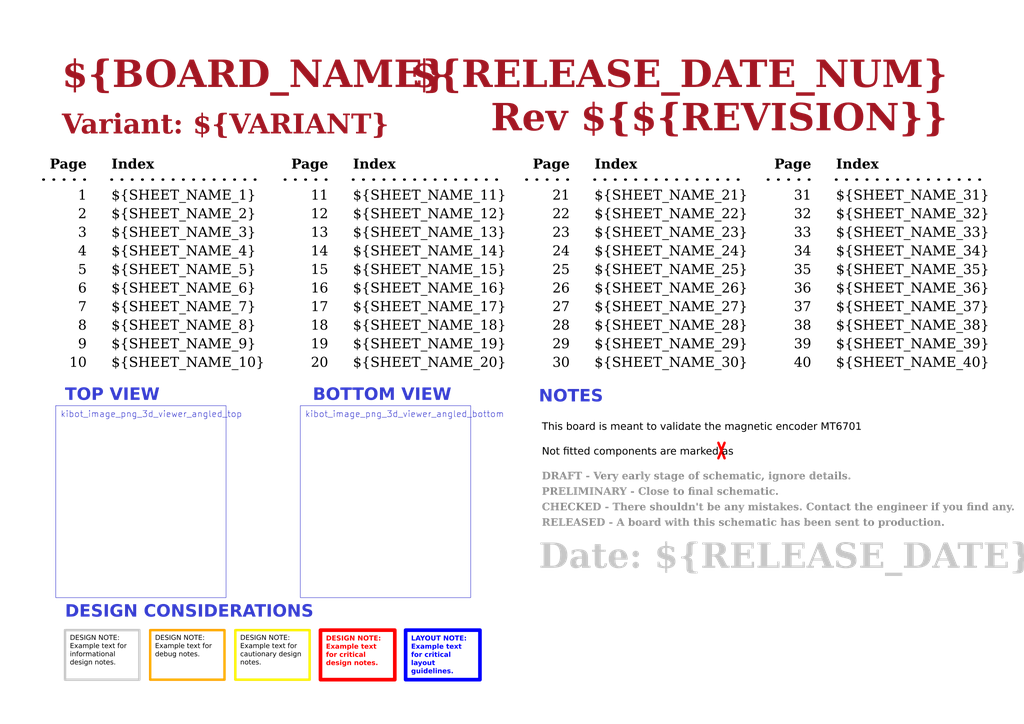
<source format=kicad_sch>
(kicad_sch
	(version 20250114)
	(generator "eeschema")
	(generator_version "9.0")
	(uuid "f9e05184-c88b-4a88-ae9c-ab2bdb32be7c")
	(paper "A3")
	(title_block
		(title "Cover Page")
		(date "2025-01-12")
		(rev "${REVISION}")
		(company "${COMPANY}")
	)
	(lib_symbols)
	(text "Variant: ${VARIANT}"
		(exclude_from_sim no)
		(at 25.4 58.42 0)
		(effects
			(font
				(face "Times New Roman")
				(size 8 8)
				(thickness 1)
				(bold yes)
				(color 162 22 34 1)
			)
			(justify left bottom)
		)
		(uuid "000ea912-7563-47e5-be4a-8607b961f825")
	)
	(text "RELEASED - A board with this schematic has been sent to production."
		(exclude_from_sim no)
		(at 222.25 217.17 0)
		(effects
			(font
				(face "Times New Roman")
				(size 3 3)
				(thickness 0.6)
				(bold yes)
				(color 140 140 140 1)
			)
			(justify left bottom)
		)
		(uuid "03a9de87-2a7c-40cc-8949-62aed018c019")
	)
	(text "${SHEET_NAME_24}"
		(exclude_from_sim no)
		(at 243.84 106.68 0)
		(effects
			(font
				(face "Times New Roman")
				(size 4 4)
				(color 0 0 0 1)
			)
			(justify left bottom)
			(href "#24")
		)
		(uuid "04fbc6ba-89e3-4184-a4b7-fc2494e97db7")
	)
	(text "20"
		(exclude_from_sim no)
		(at 134.62 152.4 0)
		(effects
			(font
				(face "Times New Roman")
				(size 4 4)
				(color 0 0 0 1)
			)
			(justify right bottom)
			(href "#20")
		)
		(uuid "06737dca-d4ba-435b-b1f2-d66691a0395e")
	)
	(text "25"
		(exclude_from_sim no)
		(at 233.68 114.3 0)
		(effects
			(font
				(face "Times New Roman")
				(size 4 4)
				(color 0 0 0 1)
			)
			(justify right bottom)
			(href "#25")
		)
		(uuid "08a32c22-6c93-4ab9-b845-4fe7f3ebca4d")
	)
	(text "Index"
		(exclude_from_sim no)
		(at 243.84 71.12 0)
		(effects
			(font
				(face "Times New Roman")
				(size 4 4)
				(bold yes)
				(color 0 0 0 1)
			)
			(justify left bottom)
		)
		(uuid "092e98e3-7957-434d-bfdd-b05263750684")
	)
	(text "Page"
		(exclude_from_sim no)
		(at 332.74 71.12 0)
		(effects
			(font
				(face "Times New Roman")
				(size 4 4)
				(bold yes)
				(color 0 0 0 1)
			)
			(justify right bottom)
		)
		(uuid "0a07419b-7688-4fe8-adeb-f976a8f4a761")
	)
	(text "13"
		(exclude_from_sim no)
		(at 134.62 99.06 0)
		(effects
			(font
				(face "Times New Roman")
				(size 4 4)
				(color 0 0 0 1)
			)
			(justify right bottom)
			(href "#13")
		)
		(uuid "0b63ff41-ef0b-4d81-be02-d672d6e4da8d")
	)
	(text "33"
		(exclude_from_sim no)
		(at 332.74 99.06 0)
		(effects
			(font
				(face "Times New Roman")
				(size 4 4)
				(color 0 0 0 1)
			)
			(justify right bottom)
			(href "#33")
		)
		(uuid "1009d74b-dab5-4621-8c04-f00d978fa044")
	)
	(text "PRELIMINARY - Close to final schematic."
		(exclude_from_sim no)
		(at 222.25 204.47 0)
		(effects
			(font
				(face "Times New Roman")
				(size 3 3)
				(thickness 0.6)
				(bold yes)
				(color 140 140 140 1)
			)
			(justify left bottom)
		)
		(uuid "11442418-ba27-4cbf-a7e2-cc6ed9935eb1")
	)
	(text "${SHEET_NAME_22}"
		(exclude_from_sim no)
		(at 243.84 91.44 0)
		(effects
			(font
				(face "Times New Roman")
				(size 4 4)
				(color 0 0 0 1)
			)
			(justify left bottom)
			(href "#22")
		)
		(uuid "1344757b-e41f-4e80-947b-0a2035b4fce9")
	)
	(text "40"
		(exclude_from_sim no)
		(at 332.74 152.4 0)
		(effects
			(font
				(face "Times New Roman")
				(size 4 4)
				(color 0 0 0 1)
			)
			(justify right bottom)
			(href "#40")
		)
		(uuid "1b2709b1-c0f7-4254-8da7-5631857d3853")
	)
	(text "26"
		(exclude_from_sim no)
		(at 233.68 121.92 0)
		(effects
			(font
				(face "Times New Roman")
				(size 4 4)
				(color 0 0 0 1)
			)
			(justify right bottom)
			(href "#26")
		)
		(uuid "1bb2d49c-6a01-4c39-832a-e9c7a051f092")
	)
	(text "7"
		(exclude_from_sim no)
		(at 35.56 129.54 0)
		(effects
			(font
				(face "Times New Roman")
				(size 4 4)
				(color 0 0 0 1)
			)
			(justify right bottom)
			(href "#7")
		)
		(uuid "1c576109-caea-431e-8644-8543de749b79")
	)
	(text "11"
		(exclude_from_sim no)
		(at 134.62 83.82 0)
		(effects
			(font
				(face "Times New Roman")
				(size 4 4)
				(color 0 0 0 1)
			)
			(justify right bottom)
			(href "#11")
		)
		(uuid "22628abe-bb8c-4ca9-a559-3456e08ce477")
	)
	(text "DRAFT - Very early stage of schematic, ignore details."
		(exclude_from_sim no)
		(at 222.25 198.12 0)
		(effects
			(font
				(face "Times New Roman")
				(size 3 3)
				(thickness 0.6)
				(bold yes)
				(color 140 140 140 1)
			)
			(justify left bottom)
		)
		(uuid "23bcc4dd-d59d-4c05-b342-2d26db58b8da")
	)
	(text "28"
		(exclude_from_sim no)
		(at 233.68 137.16 0)
		(effects
			(font
				(face "Times New Roman")
				(size 4 4)
				(color 0 0 0 1)
			)
			(justify right bottom)
			(href "#28")
		)
		(uuid "2442a9e6-4622-4ba0-aee4-95e9a2355828")
	)
	(text "${SHEET_NAME_12}"
		(exclude_from_sim no)
		(at 144.78 91.44 0)
		(effects
			(font
				(face "Times New Roman")
				(size 4 4)
				(color 0 0 0 1)
			)
			(justify left bottom)
			(href "#12")
		)
		(uuid "26f0a480-abfd-4d9b-ac68-8bdfd526e094")
	)
	(text "${SHEET_NAME_8}"
		(exclude_from_sim no)
		(at 45.72 137.16 0)
		(effects
			(font
				(face "Times New Roman")
				(size 4 4)
				(color 0 0 0 1)
			)
			(justify left bottom)
			(href "#8")
		)
		(uuid "28b58a16-122b-49e8-afa7-48c2618dc53d")
	)
	(text "10"
		(exclude_from_sim no)
		(at 35.56 152.4 0)
		(effects
			(font
				(face "Times New Roman")
				(size 4 4)
				(color 0 0 0 1)
			)
			(justify right bottom)
			(href "#10")
		)
		(uuid "29df70b5-9e00-4105-9e4f-bc7dc20e3f72")
	)
	(text "${SHEET_NAME_2}"
		(exclude_from_sim no)
		(at 45.72 91.44 0)
		(effects
			(font
				(face "Times New Roman")
				(size 4 4)
				(color 0 0 0 1)
			)
			(justify left bottom)
			(href "#2")
		)
		(uuid "29fb83bd-9708-49c1-a835-3671e07a7b95")
	)
	(text "${SHEET_NAME_5}"
		(exclude_from_sim no)
		(at 45.72 114.3 0)
		(effects
			(font
				(face "Times New Roman")
				(size 4 4)
				(color 0 0 0 1)
			)
			(justify left bottom)
			(href "#5")
		)
		(uuid "2ac8cebd-4832-4e21-b843-d3261443e2b6")
	)
	(text "Index"
		(exclude_from_sim no)
		(at 342.9 71.12 0)
		(effects
			(font
				(face "Times New Roman")
				(size 4 4)
				(bold yes)
				(color 0 0 0 1)
			)
			(justify left bottom)
		)
		(uuid "2d20b110-4122-4bb3-85c6-52f89dff8d1f")
	)
	(text "31"
		(exclude_from_sim no)
		(at 332.74 83.82 0)
		(effects
			(font
				(face "Times New Roman")
				(size 4 4)
				(color 0 0 0 1)
			)
			(justify right bottom)
			(href "#31")
		)
		(uuid "2e769767-b079-43e5-b995-04b63f171ffa")
	)
	(text "${SHEET_NAME_20}"
		(exclude_from_sim no)
		(at 144.78 152.4 0)
		(effects
			(font
				(face "Times New Roman")
				(size 4 4)
				(color 0 0 0 1)
			)
			(justify left bottom)
			(href "#20")
		)
		(uuid "2ebc04cc-20ea-44c3-8fd2-b0fb93c45b42")
	)
	(text "Page"
		(exclude_from_sim no)
		(at 35.56 71.12 0)
		(effects
			(font
				(face "Times New Roman")
				(size 4 4)
				(bold yes)
				(color 0 0 0 1)
			)
			(justify right bottom)
		)
		(uuid "31a5a95f-a57b-403a-98da-2e1fbe2b2295")
	)
	(text "14"
		(exclude_from_sim no)
		(at 134.62 106.68 0)
		(effects
			(font
				(face "Times New Roman")
				(size 4 4)
				(color 0 0 0 1)
			)
			(justify right bottom)
			(href "#14")
		)
		(uuid "38a1da8c-a9d9-432f-9233-200e69e13b3a")
	)
	(text "${SHEET_NAME_23}"
		(exclude_from_sim no)
		(at 243.84 99.06 0)
		(effects
			(font
				(face "Times New Roman")
				(size 4 4)
				(color 0 0 0 1)
			)
			(justify left bottom)
			(href "#23")
		)
		(uuid "3946100b-591d-4e38-9079-fe42aa6dc626")
	)
	(text "Page"
		(exclude_from_sim no)
		(at 134.62 71.12 0)
		(effects
			(font
				(face "Times New Roman")
				(size 4 4)
				(bold yes)
				(color 0 0 0 1)
			)
			(justify right bottom)
		)
		(uuid "3e77b120-e346-455e-abaf-4a9c7d1682fd")
	)
	(text "${RELEASE_DATE_NUM}"
		(exclude_from_sim no)
		(at 388.62 40.64 0)
		(effects
			(font
				(face "Times New Roman")
				(size 11 11)
				(thickness 1)
				(bold yes)
				(color 162 22 34 1)
			)
			(justify right bottom)
		)
		(uuid "41e90dbf-cdb3-4f5b-b829-1b84a76a5924")
	)
	(text "24"
		(exclude_from_sim no)
		(at 233.68 106.68 0)
		(effects
			(font
				(face "Times New Roman")
				(size 4 4)
				(color 0 0 0 1)
			)
			(justify right bottom)
			(href "#24")
		)
		(uuid "49255cb5-4dcc-42be-a136-139aba5d7504")
	)
	(text "23"
		(exclude_from_sim no)
		(at 233.68 99.06 0)
		(effects
			(font
				(face "Times New Roman")
				(size 4 4)
				(color 0 0 0 1)
			)
			(justify right bottom)
			(href "#23")
		)
		(uuid "4a052e6c-e34b-452d-a22e-3979cd214786")
	)
	(text "1"
		(exclude_from_sim no)
		(at 35.56 83.82 0)
		(effects
			(font
				(face "Times New Roman")
				(size 4 4)
				(color 0 0 0 1)
			)
			(justify right bottom)
			(href "#1")
		)
		(uuid "4b0ed47a-9b59-42f0-a2af-ecaccf5a89c3")
	)
	(text "30"
		(exclude_from_sim no)
		(at 233.68 152.4 0)
		(effects
			(font
				(face "Times New Roman")
				(size 4 4)
				(color 0 0 0 1)
			)
			(justify right bottom)
			(href "#30")
		)
		(uuid "4e5b665c-4c27-411d-8242-f1249e25cce0")
	)
	(text "${SHEET_NAME_35}"
		(exclude_from_sim no)
		(at 342.9 114.3 0)
		(effects
			(font
				(face "Times New Roman")
				(size 4 4)
				(color 0 0 0 1)
			)
			(justify left bottom)
			(href "#35")
		)
		(uuid "4fefe87c-0c25-43e5-a3b2-18b15abe07e3")
	)
	(text "Not fitted components are marked as"
		(exclude_from_sim no)
		(at 222.25 187.96 0)
		(effects
			(font
				(face "Arial")
				(size 3 3)
				(color 0 0 0 1)
			)
			(justify left bottom)
		)
		(uuid "5135dbd7-df4e-46cd-8739-492cd009b1f6")
	)
	(text "${SHEET_NAME_11}"
		(exclude_from_sim no)
		(at 144.78 83.82 0)
		(effects
			(font
				(face "Times New Roman")
				(size 4 4)
				(color 0 0 0 1)
			)
			(justify left bottom)
			(href "#11")
		)
		(uuid "521b08c4-0bd9-4d68-80be-7478df8fbde9")
	)
	(text "32"
		(exclude_from_sim no)
		(at 332.74 91.44 0)
		(effects
			(font
				(face "Times New Roman")
				(size 4 4)
				(color 0 0 0 1)
			)
			(justify right bottom)
			(href "#32")
		)
		(uuid "53818ecd-325c-48e2-bb9d-ec3fb48f34c9")
	)
	(text "${SHEET_NAME_6}"
		(exclude_from_sim no)
		(at 45.72 121.92 0)
		(effects
			(font
				(face "Times New Roman")
				(size 4 4)
				(color 0 0 0 1)
			)
			(justify left bottom)
			(href "#6")
		)
		(uuid "58cf0eb5-a6da-463e-aeda-fbe87a3cd079")
	)
	(text "36"
		(exclude_from_sim no)
		(at 332.74 121.92 0)
		(effects
			(font
				(face "Times New Roman")
				(size 4 4)
				(color 0 0 0 1)
			)
			(justify right bottom)
			(href "#36")
		)
		(uuid "5dac577c-aef6-4b3c-9237-0c2b9f804fbc")
	)
	(text "${SHEET_NAME_37}"
		(exclude_from_sim no)
		(at 342.9 129.54 0)
		(effects
			(font
				(face "Times New Roman")
				(size 4 4)
				(color 0 0 0 1)
			)
			(justify left bottom)
			(href "#37")
		)
		(uuid "5f3a4b8b-6b33-42d9-ac5f-6e29aa22b302")
	)
	(text "35"
		(exclude_from_sim no)
		(at 332.74 114.3 0)
		(effects
			(font
				(face "Times New Roman")
				(size 4 4)
				(color 0 0 0 1)
			)
			(justify right bottom)
			(href "#35")
		)
		(uuid "644cbbc3-098e-4ecf-ac2f-be88f0d22361")
	)
	(text "${SHEET_NAME_26}"
		(exclude_from_sim no)
		(at 243.84 121.92 0)
		(effects
			(font
				(face "Times New Roman")
				(size 4 4)
				(color 0 0 0 1)
			)
			(justify left bottom)
			(href "#26")
		)
		(uuid "6a548554-e772-43f3-ba5d-01026d9a064a")
	)
	(text "${SHEET_NAME_36}"
		(exclude_from_sim no)
		(at 342.9 121.92 0)
		(effects
			(font
				(face "Times New Roman")
				(size 4 4)
				(color 0 0 0 1)
			)
			(justify left bottom)
			(href "#36")
		)
		(uuid "6b8d090b-e89a-4677-84e9-b64a5fead89e")
	)
	(text "Rev ${REVISION}"
		(exclude_from_sim no)
		(at 388.62 58.42 0)
		(effects
			(font
				(face "Times New Roman")
				(size 11 11)
				(thickness 1)
				(bold yes)
				(color 162 22 34 1)
			)
			(justify right bottom)
		)
		(uuid "6d1761f6-980b-4588-8313-1bd3d937c291")
	)
	(text "${SHEET_NAME_15}"
		(exclude_from_sim no)
		(at 144.78 114.3 0)
		(effects
			(font
				(face "Times New Roman")
				(size 4 4)
				(color 0 0 0 1)
			)
			(justify left bottom)
			(href "#15")
		)
		(uuid "6f858022-2996-4265-8d0d-5392f83665ac")
	)
	(text "CHECKED - There shouldn't be any mistakes. Contact the engineer if you find any."
		(exclude_from_sim no)
		(at 222.25 210.82 0)
		(effects
			(font
				(face "Times New Roman")
				(size 3 3)
				(thickness 0.6)
				(bold yes)
				(color 140 140 140 1)
			)
			(justify left bottom)
		)
		(uuid "701d40a5-7fcc-4d35-a582-e3de3695524c")
	)
	(text "BOTTOM VIEW"
		(exclude_from_sim no)
		(at 128.27 166.37 0)
		(effects
			(font
				(face "Arial")
				(size 5 5)
				(bold yes)
				(color 53 60 207 1)
			)
			(justify left bottom)
		)
		(uuid "703db123-558f-4f87-9ff5-c08a220fcdc6")
	)
	(text "${SHEET_NAME_14}"
		(exclude_from_sim no)
		(at 144.78 106.68 0)
		(effects
			(font
				(face "Times New Roman")
				(size 4 4)
				(color 0 0 0 1)
			)
			(justify left bottom)
			(href "#14")
		)
		(uuid "72182600-e68c-43f8-9305-59c8d8dbdc8c")
	)
	(text "${SHEET_NAME_21}"
		(exclude_from_sim no)
		(at 243.84 83.82 0)
		(effects
			(font
				(face "Times New Roman")
				(size 4 4)
				(color 0 0 0 1)
			)
			(justify left bottom)
			(href "#21")
		)
		(uuid "72cf7e48-8628-4785-b42d-ebcc097e0da2")
	)
	(text "12"
		(exclude_from_sim no)
		(at 134.62 91.44 0)
		(effects
			(font
				(face "Times New Roman")
				(size 4 4)
				(color 0 0 0 1)
			)
			(justify right bottom)
			(href "#12")
		)
		(uuid "75d0a1ef-aac5-4003-9e33-aca70ed59023")
	)
	(text "2"
		(exclude_from_sim no)
		(at 35.56 91.44 0)
		(effects
			(font
				(face "Times New Roman")
				(size 4 4)
				(color 0 0 0 1)
			)
			(justify right bottom)
			(href "#2")
		)
		(uuid "761d5be9-e72f-40b6-b87c-29a6aedc1cd0")
	)
	(text "3"
		(exclude_from_sim no)
		(at 35.56 99.06 0)
		(effects
			(font
				(face "Times New Roman")
				(size 4 4)
				(color 0 0 0 1)
			)
			(justify right bottom)
			(href "#3")
		)
		(uuid "7e0f51ce-8c6b-42f9-82d1-98045fd01389")
	)
	(text "${SHEET_NAME_17}"
		(exclude_from_sim no)
		(at 144.78 129.54 0)
		(effects
			(font
				(face "Times New Roman")
				(size 4 4)
				(color 0 0 0 1)
			)
			(justify left bottom)
			(href "#17")
		)
		(uuid "7eaebe1b-e206-4517-a346-0f3f402aebc2")
	)
	(text "37"
		(exclude_from_sim no)
		(at 332.74 129.54 0)
		(effects
			(font
				(face "Times New Roman")
				(size 4 4)
				(color 0 0 0 1)
			)
			(justify right bottom)
			(href "#37")
		)
		(uuid "7f350ec2-91bd-412b-bb17-e3550be6b6fc")
	)
	(text "29"
		(exclude_from_sim no)
		(at 233.68 144.78 0)
		(effects
			(font
				(face "Times New Roman")
				(size 4 4)
				(color 0 0 0 1)
			)
			(justify right bottom)
			(href "#29")
		)
		(uuid "82c607a8-c0a1-4069-b837-ce96dd0eb2bb")
	)
	(text "21"
		(exclude_from_sim no)
		(at 233.68 83.82 0)
		(effects
			(font
				(face "Times New Roman")
				(size 4 4)
				(color 0 0 0 1)
			)
			(justify right bottom)
			(href "#21")
		)
		(uuid "84a2fca0-fdc8-451e-ba92-d21bfe34f79c")
	)
	(text "${SHEET_NAME_18}"
		(exclude_from_sim no)
		(at 144.78 137.16 0)
		(effects
			(font
				(face "Times New Roman")
				(size 4 4)
				(color 0 0 0 1)
			)
			(justify left bottom)
			(href "#18")
		)
		(uuid "861c9b1c-f3f7-4abd-84e4-7e4ecba3dc9e")
	)
	(text "Date: ${RELEASE_DATE}"
		(exclude_from_sim no)
		(at 220.98 237.49 0)
		(effects
			(font
				(face "Times New Roman")
				(size 10.16 10.16)
				(thickness 0.6)
				(bold yes)
				(color 200 200 200 1)
			)
			(justify left bottom)
		)
		(uuid "87564db8-be77-4805-a256-abae1e9d7c5b")
	)
	(text "27"
		(exclude_from_sim no)
		(at 233.68 129.54 0)
		(effects
			(font
				(face "Times New Roman")
				(size 4 4)
				(color 0 0 0 1)
			)
			(justify right bottom)
			(href "#27")
		)
		(uuid "87fa597a-67b4-46be-afa2-208d91b20ddd")
	)
	(text "${SHEET_NAME_7}"
		(exclude_from_sim no)
		(at 45.72 129.54 0)
		(effects
			(font
				(face "Times New Roman")
				(size 4 4)
				(color 0 0 0 1)
			)
			(justify left bottom)
			(href "#7")
		)
		(uuid "89dd6e8c-069a-4815-966a-9a118eca524b")
	)
	(text "${SHEET_NAME_31}"
		(exclude_from_sim no)
		(at 342.9 83.82 0)
		(effects
			(font
				(face "Times New Roman")
				(size 4 4)
				(color 0 0 0 1)
			)
			(justify left bottom)
			(href "#31")
		)
		(uuid "8a503a63-fb6c-4df5-a6fc-bc8076c7c001")
	)
	(text "5"
		(exclude_from_sim no)
		(at 35.56 114.3 0)
		(effects
			(font
				(face "Times New Roman")
				(size 4 4)
				(color 0 0 0 1)
			)
			(justify right bottom)
			(href "#5")
		)
		(uuid "8b821864-881a-4cb0-856b-2d9a97f6404e")
	)
	(text "${BOARD_NAME}"
		(exclude_from_sim no)
		(at 25.4 40.64 0)
		(effects
			(font
				(face "Times New Roman")
				(size 11 11)
				(thickness 1)
				(bold yes)
				(color 162 22 34 1)
			)
			(justify left bottom)
		)
		(uuid "8cf431a6-8908-4048-b4aa-271da433a961")
	)
	(text "NOTES"
		(exclude_from_sim no)
		(at 220.98 167.005 0)
		(effects
			(font
				(face "Arial")
				(size 5 5)
				(bold yes)
				(color 53 60 207 1)
			)
			(justify left bottom)
		)
		(uuid "8e0f503c-d18d-404c-84d2-434629c63a09")
	)
	(text "${SHEET_NAME_40}"
		(exclude_from_sim no)
		(at 342.9 152.4 0)
		(effects
			(font
				(face "Times New Roman")
				(size 4 4)
				(color 0 0 0 1)
			)
			(justify left bottom)
			(href "#40")
		)
		(uuid "932682d2-768a-4ce2-8f74-01d2dff2d205")
	)
	(text "18"
		(exclude_from_sim no)
		(at 134.62 137.16 0)
		(effects
			(font
				(face "Times New Roman")
				(size 4 4)
				(color 0 0 0 1)
			)
			(justify right bottom)
			(href "#18")
		)
		(uuid "947e5fec-ce7e-4c5c-82f3-37357af6847d")
	)
	(text "Index"
		(exclude_from_sim no)
		(at 144.78 71.12 0)
		(effects
			(font
				(face "Times New Roman")
				(size 4 4)
				(bold yes)
				(color 0 0 0 1)
			)
			(justify left bottom)
		)
		(uuid "97025432-9170-4ff8-8e9c-fb0b93788c7e")
	)
	(text "${SHEET_NAME_39}"
		(exclude_from_sim no)
		(at 342.9 144.78 0)
		(effects
			(font
				(face "Times New Roman")
				(size 4 4)
				(color 0 0 0 1)
			)
			(justify left bottom)
			(href "#39")
		)
		(uuid "9b659720-c6a5-452d-8e4b-d10969349253")
	)
	(text "${SHEET_NAME_32}"
		(exclude_from_sim no)
		(at 342.9 91.44 0)
		(effects
			(font
				(face "Times New Roman")
				(size 4 4)
				(color 0 0 0 1)
			)
			(justify left bottom)
			(href "#32")
		)
		(uuid "a1062a1d-8c7d-434b-8e41-f018a76ce75c")
	)
	(text "17"
		(exclude_from_sim no)
		(at 134.62 129.54 0)
		(effects
			(font
				(face "Times New Roman")
				(size 4 4)
				(color 0 0 0 1)
			)
			(justify right bottom)
			(href "#17")
		)
		(uuid "a9d84c05-5f8c-4dbb-9619-711f551866b8")
	)
	(text "${SHEET_NAME_1}"
		(exclude_from_sim no)
		(at 45.72 83.82 0)
		(effects
			(font
				(face "Times New Roman")
				(size 4 4)
				(color 0 0 0 1)
			)
			(justify left bottom)
			(href "#1")
		)
		(uuid "afc0bb31-890a-4961-a87a-e0895bcdf665")
	)
	(text "${SHEET_NAME_9}"
		(exclude_from_sim no)
		(at 45.72 144.78 0)
		(effects
			(font
				(face "Times New Roman")
				(size 4 4)
				(color 0 0 0 1)
			)
			(justify left bottom)
			(href "#9")
		)
		(uuid "b5ff3e63-17a3-45d1-8810-34d8d7fe669a")
	)
	(text "${SHEET_NAME_38}"
		(exclude_from_sim no)
		(at 342.9 137.16 0)
		(effects
			(font
				(face "Times New Roman")
				(size 4 4)
				(color 0 0 0 1)
			)
			(justify left bottom)
			(href "#38")
		)
		(uuid "b69e0f14-9732-46c9-88d6-21c0fc2c6a07")
	)
	(text "8"
		(exclude_from_sim no)
		(at 35.56 137.16 0)
		(effects
			(font
				(face "Times New Roman")
				(size 4 4)
				(color 0 0 0 1)
			)
			(justify right bottom)
			(href "#8")
		)
		(uuid "bc946718-a2ab-40c8-8097-9c7e05954e3f")
	)
	(text "${SHEET_NAME_29}"
		(exclude_from_sim no)
		(at 243.84 144.78 0)
		(effects
			(font
				(face "Times New Roman")
				(size 4 4)
				(color 0 0 0 1)
			)
			(justify left bottom)
			(href "#29")
		)
		(uuid "bd1c778b-6b29-4b16-9eff-22de4e335241")
	)
	(text "16"
		(exclude_from_sim no)
		(at 134.62 121.92 0)
		(effects
			(font
				(face "Times New Roman")
				(size 4 4)
				(color 0 0 0 1)
			)
			(justify right bottom)
			(href "#16")
		)
		(uuid "bf5fa6d6-b99b-4e2a-8d79-716b5f8f7abf")
	)
	(text "${SHEET_NAME_34}"
		(exclude_from_sim no)
		(at 342.9 106.68 0)
		(effects
			(font
				(face "Times New Roman")
				(size 4 4)
				(color 0 0 0 1)
			)
			(justify left bottom)
			(href "#34")
		)
		(uuid "c1d78a38-10ea-4159-8081-409282f45a7b")
	)
	(text "${SHEET_NAME_16}"
		(exclude_from_sim no)
		(at 144.78 121.92 0)
		(effects
			(font
				(face "Times New Roman")
				(size 4 4)
				(color 0 0 0 1)
			)
			(justify left bottom)
			(href "#16")
		)
		(uuid "c400b0a7-a930-450f-bf64-22d3913219ae")
	)
	(text "${SHEET_NAME_3}"
		(exclude_from_sim no)
		(at 45.72 99.06 0)
		(effects
			(font
				(face "Times New Roman")
				(size 4 4)
				(color 0 0 0 1)
			)
			(justify left bottom)
			(href "#3")
		)
		(uuid "c47fb2b3-a3ce-4ab0-8283-8dc8a58975c2")
	)
	(text "${SHEET_NAME_19}"
		(exclude_from_sim no)
		(at 144.78 144.78 0)
		(effects
			(font
				(face "Times New Roman")
				(size 4 4)
				(color 0 0 0 1)
			)
			(justify left bottom)
			(href "#19")
		)
		(uuid "c67f1741-9f9b-4afd-9d0e-53f95cc87e3f")
	)
	(text "39"
		(exclude_from_sim no)
		(at 332.74 144.78 0)
		(effects
			(font
				(face "Times New Roman")
				(size 4 4)
				(color 0 0 0 1)
			)
			(justify right bottom)
			(href "#39")
		)
		(uuid "c70c3e5e-4d3f-4182-9ae5-10ba4deb3184")
	)
	(text "Page"
		(exclude_from_sim no)
		(at 233.68 71.12 0)
		(effects
			(font
				(face "Times New Roman")
				(size 4 4)
				(bold yes)
				(color 0 0 0 1)
			)
			(justify right bottom)
		)
		(uuid "c7960137-7711-4ffe-94cf-8be0bcb30b2c")
	)
	(text "This board is meant to validate the magnetic encoder MT6701"
		(exclude_from_sim no)
		(at 222.25 177.8 0)
		(effects
			(font
				(face "Arial")
				(size 3 3)
				(color 0 0 0 1)
			)
			(justify left bottom)
		)
		(uuid "cd70c2d3-2fc1-43f3-bef3-88f512b1207b")
	)
	(text "TOP VIEW"
		(exclude_from_sim no)
		(at 26.67 166.37 0)
		(effects
			(font
				(face "Arial")
				(size 5 5)
				(bold yes)
				(color 53 60 207 1)
			)
			(justify left bottom)
		)
		(uuid "ce023428-5906-4952-b62a-b62507403698")
	)
	(text "34"
		(exclude_from_sim no)
		(at 332.74 106.68 0)
		(effects
			(font
				(face "Times New Roman")
				(size 4 4)
				(color 0 0 0 1)
			)
			(justify right bottom)
			(href "#34")
		)
		(uuid "d3189638-1afe-44da-8649-12ada9035b76")
	)
	(text "${SHEET_NAME_10}"
		(exclude_from_sim no)
		(at 45.72 152.4 0)
		(effects
			(font
				(face "Times New Roman")
				(size 4 4)
				(color 0 0 0 1)
			)
			(justify left bottom)
			(href "#10")
		)
		(uuid "d794f70b-0900-43e4-9530-3b5babcc433e")
	)
	(text "Index"
		(exclude_from_sim no)
		(at 45.72 71.12 0)
		(effects
			(font
				(face "Times New Roman")
				(size 4 4)
				(bold yes)
				(color 0 0 0 1)
			)
			(justify left bottom)
		)
		(uuid "e26ac9c4-c495-4cb1-ac42-54859d23390e")
	)
	(text "22"
		(exclude_from_sim no)
		(at 233.68 91.44 0)
		(effects
			(font
				(face "Times New Roman")
				(size 4 4)
				(color 0 0 0 1)
			)
			(justify right bottom)
			(href "#22")
		)
		(uuid "e464589f-dbb4-4402-a897-ab7ace77ceac")
	)
	(text "19"
		(exclude_from_sim no)
		(at 134.62 144.78 0)
		(effects
			(font
				(face "Times New Roman")
				(size 4 4)
				(color 0 0 0 1)
			)
			(justify right bottom)
			(href "#19")
		)
		(uuid "e62751b9-589e-4651-9101-35d4946b6768")
	)
	(text "${SHEET_NAME_28}"
		(exclude_from_sim no)
		(at 243.84 137.16 0)
		(effects
			(font
				(face "Times New Roman")
				(size 4 4)
				(color 0 0 0 1)
			)
			(justify left bottom)
			(href "#28")
		)
		(uuid "e679e400-fb5c-43a2-bfd2-0dcd93a17a1a")
	)
	(text "${SHEET_NAME_13}"
		(exclude_from_sim no)
		(at 144.78 99.06 0)
		(effects
			(font
				(face "Times New Roman")
				(size 4 4)
				(color 0 0 0 1)
			)
			(justify left bottom)
			(href "#13")
		)
		(uuid "e6900504-0ef7-479b-92ed-1bc93bd1281c")
	)
	(text "6"
		(exclude_from_sim no)
		(at 35.56 121.92 0)
		(effects
			(font
				(face "Times New Roman")
				(size 4 4)
				(color 0 0 0 1)
			)
			(justify right bottom)
			(href "#6")
		)
		(uuid "ea04c009-8a6e-4df8-a10e-287d81493227")
	)
	(text "15"
		(exclude_from_sim no)
		(at 134.62 114.3 0)
		(effects
			(font
				(face "Times New Roman")
				(size 4 4)
				(color 0 0 0 1)
			)
			(justify right bottom)
			(href "#15")
		)
		(uuid "eac1b517-2ecd-430e-b5b5-e084b3378285")
	)
	(text "${SHEET_NAME_27}"
		(exclude_from_sim no)
		(at 243.84 129.54 0)
		(effects
			(font
				(face "Times New Roman")
				(size 4 4)
				(color 0 0 0 1)
			)
			(justify left bottom)
			(href "#27")
		)
		(uuid "f1b2ac77-8d21-44ea-98ed-905cdacdbace")
	)
	(text "38"
		(exclude_from_sim no)
		(at 332.74 137.16 0)
		(effects
			(font
				(face "Times New Roman")
				(size 4 4)
				(color 0 0 0 1)
			)
			(justify right bottom)
			(href "#38")
		)
		(uuid "f2e05e86-1996-40cc-90aa-23adafc3587e")
	)
	(text "${SHEET_NAME_4}"
		(exclude_from_sim no)
		(at 45.72 106.68 0)
		(effects
			(font
				(face "Times New Roman")
				(size 4 4)
				(color 0 0 0 1)
			)
			(justify left bottom)
			(href "#4")
		)
		(uuid "f38b3e41-64f1-4162-9fc3-42a2ad6ca733")
	)
	(text "9"
		(exclude_from_sim no)
		(at 35.56 144.78 0)
		(effects
			(font
				(face "Times New Roman")
				(size 4 4)
				(color 0 0 0 1)
			)
			(justify right bottom)
			(href "#9")
		)
		(uuid "f5bbe170-3943-4a40-9782-9cbd23ca5c03")
	)
	(text "${SHEET_NAME_33}"
		(exclude_from_sim no)
		(at 342.9 99.06 0)
		(effects
			(font
				(face "Times New Roman")
				(size 4 4)
				(color 0 0 0 1)
			)
			(justify left bottom)
			(href "#33")
		)
		(uuid "f879701f-b24c-4cea-9a39-bc4c0256418b")
	)
	(text "${SHEET_NAME_30}"
		(exclude_from_sim no)
		(at 243.84 152.4 0)
		(effects
			(font
				(face "Times New Roman")
				(size 4 4)
				(color 0 0 0 1)
			)
			(justify left bottom)
			(href "#30")
		)
		(uuid "f92e3186-6b58-461a-bb76-e9302812a57d")
	)
	(text "4"
		(exclude_from_sim no)
		(at 35.56 106.68 0)
		(effects
			(font
				(face "Times New Roman")
				(size 4 4)
				(color 0 0 0 1)
			)
			(justify right bottom)
			(href "#4")
		)
		(uuid "f9755639-0775-4570-b6a2-9829625b15ba")
	)
	(text "${SHEET_NAME_25}"
		(exclude_from_sim no)
		(at 243.84 114.3 0)
		(effects
			(font
				(face "Times New Roman")
				(size 4 4)
				(color 0 0 0 1)
			)
			(justify left bottom)
			(href "#25")
		)
		(uuid "fa27d78d-b2a9-4762-a3f3-e3c37db14fec")
	)
	(text "DESIGN CONSIDERATIONS"
		(exclude_from_sim no)
		(at 26.67 255.27 0)
		(effects
			(font
				(face "Arial")
				(size 5 5)
				(bold yes)
				(color 53 60 207 1)
			)
			(justify left bottom)
		)
		(uuid "faea8a5f-3a8f-49cb-9832-569be941b06b")
	)
	(text_box "DESIGN NOTE:\nExample text for cautionary design notes."
		(exclude_from_sim no)
		(at 96.52 258.445 0)
		(size 30.48 20.32)
		(margins 2 2 2 2)
		(stroke
			(width 1)
			(type solid)
			(color 250 236 0 1)
		)
		(fill
			(type none)
		)
		(effects
			(font
				(face "Arial")
				(size 2 2)
				(color 0 0 0 1)
			)
			(justify left top)
		)
		(uuid "14407e09-ee6c-4b22-86d1-36d73a33e664")
	)
	(text_box "DESIGN NOTE:\nExample text for debug notes."
		(exclude_from_sim no)
		(at 61.595 258.445 0)
		(size 30.48 20.32)
		(margins 2 2 2 2)
		(stroke
			(width 1)
			(type solid)
			(color 255 165 0 1)
		)
		(fill
			(type none)
		)
		(effects
			(font
				(face "Arial")
				(size 2 2)
				(color 0 0 0 1)
			)
			(justify left top)
		)
		(uuid "1499d9a9-9f29-4929-8df7-74d84823ddfb")
	)
	(text_box "DESIGN NOTE:\nExample text for critical design notes."
		(exclude_from_sim no)
		(at 131.445 258.445 0)
		(size 30.48 20.32)
		(margins 2.25 2.25 2.25 2.25)
		(stroke
			(width 1.5)
			(type solid)
			(color 255 0 0 1)
		)
		(fill
			(type none)
		)
		(effects
			(font
				(face "Arial")
				(size 2 2)
				(thickness 0.4)
				(bold yes)
				(color 255 0 0 1)
			)
			(justify left top)
		)
		(uuid "1c311692-d683-4cdf-ac31-77bcdd4c4b39")
	)
	(text_box "LAYOUT NOTE:\nExample text for critical layout guidelines."
		(exclude_from_sim no)
		(at 166.37 258.445 0)
		(size 30.48 20.32)
		(margins 2.25 2.25 2.25 2.25)
		(stroke
			(width 1.5)
			(type solid)
			(color 0 0 255 1)
		)
		(fill
			(type none)
		)
		(effects
			(font
				(face "Arial")
				(size 2 2)
				(thickness 0.4)
				(bold yes)
				(color 0 0 255 1)
			)
			(justify left top)
		)
		(uuid "2efa106d-749e-4c2c-a05c-8429f99997c2")
	)
	(text_box "kibot_image_png_3d_viewer_angled_bottom"
		(exclude_from_sim no)
		(at 123.19 166.37 0)
		(size 69.85 78.74)
		(margins 1.905 1.905 1.905 1.905)
		(stroke
			(width 0)
			(type default)
		)
		(fill
			(type none)
		)
		(effects
			(font
				(size 2.54 2.54)
			)
			(justify left top)
		)
		(uuid "33c3f6da-ba9e-4d58-9257-d85394a72b7b")
	)
	(text_box "DESIGN NOTE:\nExample text for informational design notes."
		(exclude_from_sim no)
		(at 26.67 258.445 0)
		(size 30.48 20.32)
		(margins 2 2 2 2)
		(stroke
			(width 1)
			(type solid)
			(color 200 200 200 1)
		)
		(fill
			(type none)
		)
		(effects
			(font
				(face "Arial")
				(size 2 2)
				(color 0 0 0 1)
			)
			(justify left top)
		)
		(uuid "5018a9e1-9f76-429f-8094-85eee2236cda")
	)
	(text_box "kibot_image_png_3d_viewer_angled_top"
		(exclude_from_sim no)
		(at 22.86 166.37 0)
		(size 69.85 78.74)
		(margins 1.905 1.905 1.905 1.905)
		(stroke
			(width 0)
			(type default)
		)
		(fill
			(type none)
		)
		(effects
			(font
				(size 2.54 2.54)
			)
			(justify left top)
		)
		(uuid "62b01781-ae4a-4e68-9a17-1436f3c897e5")
	)
	(polyline
		(pts
			(xy 45.72 73.66) (xy 106.68 73.66)
		)
		(stroke
			(width 1)
			(type dot)
			(color 0 0 0 1)
		)
		(uuid "0b94fcf5-1891-4585-9535-4e190090991a")
	)
	(polyline
		(pts
			(xy 243.84 73.66) (xy 304.8 73.66)
		)
		(stroke
			(width 1)
			(type dot)
			(color 0 0 0 1)
		)
		(uuid "0cbe4bf1-21dd-46d5-8d33-b4a3f92e1064")
	)
	(polyline
		(pts
			(xy 294.64 181.61) (xy 297.18 187.96)
		)
		(stroke
			(width 1)
			(type default)
			(color 255 0 0 1)
		)
		(uuid "3799b615-bea5-4cb3-b9a2-2785865702a8")
	)
	(polyline
		(pts
			(xy 144.78 73.66) (xy 205.74 73.66)
		)
		(stroke
			(width 1)
			(type dot)
			(color 0 0 0 1)
		)
		(uuid "47e4f34a-6663-4f9a-acb3-7cf4eb159994")
	)
	(polyline
		(pts
			(xy 215.9 73.66) (xy 233.68 73.66)
		)
		(stroke
			(width 1)
			(type dot)
			(color 0 0 0 1)
		)
		(uuid "65b7519a-f480-42a3-926a-07bd8b620575")
	)
	(polyline
		(pts
			(xy 116.84 73.66) (xy 134.62 73.66)
		)
		(stroke
			(width 1)
			(type dot)
			(color 0 0 0 1)
		)
		(uuid "722439e6-abb9-4522-8594-b3181b0d9f4e")
	)
	(polyline
		(pts
			(xy 314.96 73.66) (xy 332.74 73.66)
		)
		(stroke
			(width 1)
			(type dot)
			(color 0 0 0 1)
		)
		(uuid "936e6872-8058-45c0-a0bd-58f432e24b1a")
	)
	(polyline
		(pts
			(xy 17.78 73.66) (xy 35.56 73.66)
		)
		(stroke
			(width 1)
			(type dot)
			(color 0 0 0 1)
		)
		(uuid "a3703ec8-87d6-4c32-a8ca-249d86e6160c")
	)
	(polyline
		(pts
			(xy 297.18 181.61) (xy 294.64 187.96)
		)
		(stroke
			(width 1)
			(type default)
			(color 255 0 0 1)
		)
		(uuid "d1a06d73-e78a-446f-b9d8-0d5c726588d3")
	)
	(polyline
		(pts
			(xy 342.9 73.66) (xy 403.86 73.66)
		)
		(stroke
			(width 1)
			(type dot)
			(color 0 0 0 1)
		)
		(uuid "dee96870-b977-4804-a805-318fe8afe5f2")
	)
	(sheet
		(at 340.36 313.69)
		(size 35.56 5.08)
		(exclude_from_sim no)
		(in_bom yes)
		(on_board yes)
		(dnp no)
		(stroke
			(width 0.1524)
			(type solid)
		)
		(fill
			(color 0 0 0 0.0000)
		)
		(uuid "5fb05893-0da3-4f58-a52b-cb6d6f4cb80b")
		(property "Sheetname" "Power - Sequencing"
			(at 340.36 312.6609 0)
			(effects
				(font
					(face "Times New Roman")
					(size 1.905 1.905)
					(bold yes)
					(color 0 0 0 1)
				)
				(justify left bottom)
			)
		)
		(property "Sheetfile" "Power - Sequencing.kicad_sch"
			(at 341.63 314.96 0)
			(effects
				(font
					(face "Arial")
					(size 1.27 1.27)
				)
				(justify left top)
			)
		)
		(instances
			(project "kibot-test-cicd"
				(path "/f9e05184-c88b-4a88-ae9c-ab2bdb32be7c"
					(page "6")
				)
			)
		)
	)
	(sheet
		(at 340.36 302.26)
		(size 35.56 5.08)
		(exclude_from_sim no)
		(in_bom yes)
		(on_board yes)
		(dnp no)
		(stroke
			(width 0)
			(type solid)
		)
		(fill
			(color 0 0 0 0.0000)
		)
		(uuid "6e125bd6-2f99-4e5d-b3ea-4899f4540739")
		(property "Sheetname" "Revision History"
			(at 340.36 300.99 0)
			(effects
				(font
					(face "Times New Roman")
					(size 1.905 1.905)
					(bold yes)
					(color 0 0 0 1)
				)
				(justify left bottom)
			)
		)
		(property "Sheetfile" "Revision History.kicad_sch"
			(at 340.995 303.53 0)
			(effects
				(font
					(face "Arial")
					(size 1.27 1.27)
				)
				(justify left top)
			)
		)
		(instances
			(project "kibot-test-cicd"
				(path "/f9e05184-c88b-4a88-ae9c-ab2bdb32be7c"
					(page "7")
				)
			)
		)
	)
	(sheet
		(at 299.72 302.26)
		(size 35.56 5.08)
		(exclude_from_sim no)
		(in_bom yes)
		(on_board yes)
		(dnp no)
		(stroke
			(width 0.1524)
			(type solid)
		)
		(fill
			(color 0 0 0 0.0000)
		)
		(uuid "82da9dbf-ba38-4d08-ba35-a220fa2963b1")
		(property "Sheetname" "Block Diagram"
			(at 299.72 301.2309 0)
			(effects
				(font
					(face "Times New Roman")
					(size 1.905 1.905)
					(bold yes)
					(color 0 0 0 1)
				)
				(justify left bottom)
			)
		)
		(property "Sheetfile" "Block Diagram.kicad_sch"
			(at 300.99 303.53 0)
			(effects
				(font
					(face "Arial")
					(size 1.27 1.27)
				)
				(justify left top)
			)
		)
		(instances
			(project "kibot-test-cicd"
				(path "/f9e05184-c88b-4a88-ae9c-ab2bdb32be7c"
					(page "2")
				)
			)
		)
	)
	(sheet
		(at 299.72 313.69)
		(size 35.56 5.08)
		(exclude_from_sim no)
		(in_bom yes)
		(on_board yes)
		(dnp no)
		(stroke
			(width 0.1524)
			(type solid)
		)
		(fill
			(color 0 0 0 0.0000)
		)
		(uuid "c5103ceb-5325-4a84-a025-9638a412984e")
		(property "Sheetname" "Project Architecture"
			(at 299.72 312.6609 0)
			(effects
				(font
					(face "Times New Roman")
					(size 1.905 1.905)
					(bold yes)
					(color 0 0 0 1)
				)
				(justify left bottom)
			)
		)
		(property "Sheetfile" "Project Architecture.kicad_sch"
			(at 300.99 314.96 0)
			(effects
				(font
					(face "Arial")
					(size 1.27 1.27)
				)
				(justify left top)
			)
		)
		(instances
			(project "kibot-test-cicd"
				(path "/f9e05184-c88b-4a88-ae9c-ab2bdb32be7c"
					(page "3")
				)
			)
		)
	)
	(sheet_instances
		(path "/"
			(page "1")
		)
	)
	(embedded_fonts no)
)

</source>
